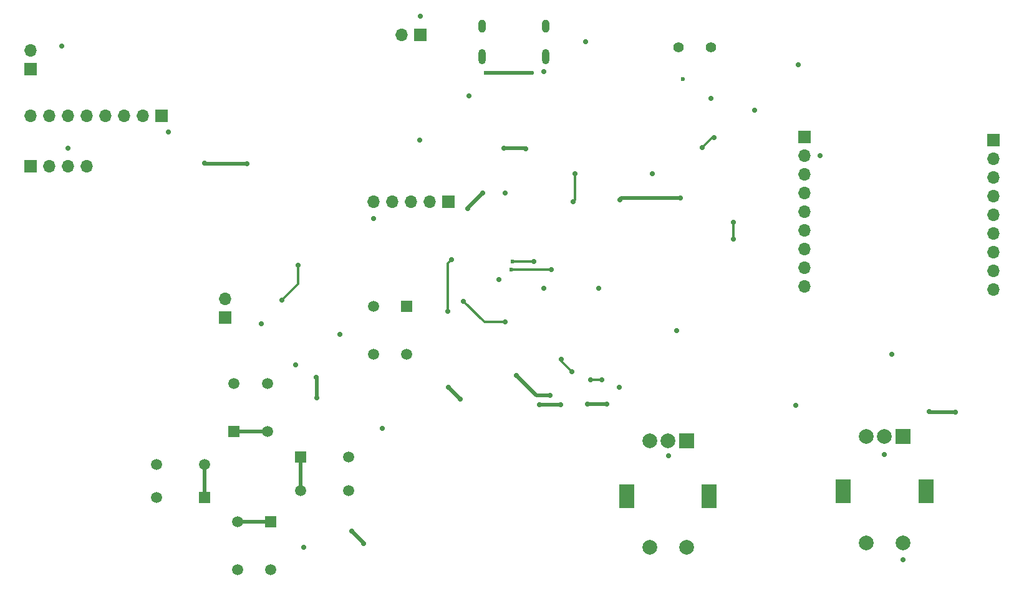
<source format=gbr>
%TF.GenerationSoftware,KiCad,Pcbnew,8.0.6*%
%TF.CreationDate,2024-12-27T13:10:45+11:00*%
%TF.ProjectId,drone_remote,64726f6e-655f-4726-956d-6f74652e6b69,rev?*%
%TF.SameCoordinates,Original*%
%TF.FileFunction,Copper,L2,Bot*%
%TF.FilePolarity,Positive*%
%FSLAX46Y46*%
G04 Gerber Fmt 4.6, Leading zero omitted, Abs format (unit mm)*
G04 Created by KiCad (PCBNEW 8.0.6) date 2024-12-27 13:10:45*
%MOMM*%
%LPD*%
G01*
G04 APERTURE LIST*
%TA.AperFunction,ComponentPad*%
%ADD10R,1.700000X1.700000*%
%TD*%
%TA.AperFunction,ComponentPad*%
%ADD11O,1.700000X1.700000*%
%TD*%
%TA.AperFunction,ComponentPad*%
%ADD12C,1.498600*%
%TD*%
%TA.AperFunction,ComponentPad*%
%ADD13R,1.498600X1.498600*%
%TD*%
%TA.AperFunction,ComponentPad*%
%ADD14R,2.000000X2.000000*%
%TD*%
%TA.AperFunction,ComponentPad*%
%ADD15C,2.000000*%
%TD*%
%TA.AperFunction,ComponentPad*%
%ADD16R,2.000000X3.200000*%
%TD*%
%TA.AperFunction,ComponentPad*%
%ADD17C,1.397000*%
%TD*%
%TA.AperFunction,ComponentPad*%
%ADD18O,1.000000X1.800000*%
%TD*%
%TA.AperFunction,ComponentPad*%
%ADD19O,1.000000X2.100000*%
%TD*%
%TA.AperFunction,ViaPad*%
%ADD20C,0.700000*%
%TD*%
%TA.AperFunction,ViaPad*%
%ADD21C,0.600000*%
%TD*%
%TA.AperFunction,Conductor*%
%ADD22C,0.500000*%
%TD*%
%TA.AperFunction,Conductor*%
%ADD23C,0.300000*%
%TD*%
G04 APERTURE END LIST*
D10*
%TO.P,JP4,1,A*%
%TO.N,+3.3V*%
X147000000Y-115562500D03*
D11*
%TO.P,JP4,2,B*%
%TO.N,/BOOT0*%
X147000000Y-113022500D03*
%TD*%
D12*
%TO.P,SW2,4,4*%
%TO.N,/SW2*%
X152699401Y-124550001D03*
%TO.P,SW2,3,3*%
%TO.N,GND*%
X152699401Y-131050002D03*
%TO.P,SW2,2,2*%
%TO.N,/SW2*%
X148199400Y-124550001D03*
D13*
%TO.P,SW2,1,1*%
%TO.N,GND*%
X148199400Y-131050002D03*
%TD*%
D10*
%TO.P,J5,1,Pin_1*%
%TO.N,/I2C1_SDA*%
X120600000Y-95000000D03*
D11*
%TO.P,J5,2,Pin_2*%
%TO.N,/I2C1_SCL*%
X123140000Y-95000000D03*
%TO.P,J5,3,Pin_3*%
%TO.N,GND*%
X125680000Y-95000000D03*
%TO.P,J5,4,Pin_4*%
%TO.N,+3.3V*%
X128220000Y-95000000D03*
%TD*%
D10*
%TO.P,J8,1,Pin_1*%
%TO.N,unconnected-(J8-Pin_1-Pad1)*%
X251257106Y-91449266D03*
D11*
%TO.P,J8,2,Pin_2*%
%TO.N,unconnected-(J8-Pin_2-Pad2)*%
X251257106Y-93989266D03*
%TO.P,J8,3,Pin_3*%
%TO.N,unconnected-(J8-Pin_3-Pad3)*%
X251257106Y-96529266D03*
%TO.P,J8,4,Pin_4*%
%TO.N,unconnected-(J8-Pin_4-Pad4)*%
X251257106Y-99069266D03*
%TO.P,J8,5,Pin_5*%
%TO.N,unconnected-(J8-Pin_5-Pad5)*%
X251257106Y-101609266D03*
%TO.P,J8,6,Pin_6*%
%TO.N,unconnected-(J8-Pin_6-Pad6)*%
X251257106Y-104149266D03*
%TO.P,J8,7,Pin_7*%
%TO.N,unconnected-(J8-Pin_7-Pad7)*%
X251257106Y-106689266D03*
%TO.P,J8,8,Pin_8*%
%TO.N,unconnected-(J8-Pin_8-Pad8)*%
X251257106Y-109229266D03*
%TO.P,J8,9,Pin_9*%
%TO.N,unconnected-(J8-Pin_9-Pad9)*%
X251257106Y-111769266D03*
%TD*%
D12*
%TO.P,SW3,4,4*%
%TO.N,/SW3*%
X163699401Y-139050002D03*
%TO.P,SW3,3,3*%
%TO.N,GND*%
X157199400Y-139050002D03*
%TO.P,SW3,2,2*%
%TO.N,/SW3*%
X163699401Y-134550001D03*
D13*
%TO.P,SW3,1,1*%
%TO.N,GND*%
X157199400Y-134550001D03*
%TD*%
D10*
%TO.P,J2,1,Pin_1*%
%TO.N,GND*%
X173457106Y-77069266D03*
D11*
%TO.P,J2,2,Pin_2*%
%TO.N,+5V*%
X170917106Y-77069266D03*
%TD*%
D12*
%TO.P,SW5,4,4*%
%TO.N,/SW5*%
X148688802Y-149800001D03*
%TO.P,SW5,3,3*%
%TO.N,GND*%
X148688802Y-143300000D03*
%TO.P,SW5,2,2*%
%TO.N,/SW5*%
X153188803Y-149800001D03*
D13*
%TO.P,SW5,1,1*%
%TO.N,GND*%
X153188803Y-143300000D03*
%TD*%
D12*
%TO.P,SW4,4,4*%
%TO.N,/SW4*%
X137699401Y-135550001D03*
%TO.P,SW4,3,3*%
%TO.N,GND*%
X144199402Y-135550001D03*
%TO.P,SW4,2,2*%
%TO.N,/SW4*%
X137699401Y-140050002D03*
D13*
%TO.P,SW4,1,1*%
%TO.N,GND*%
X144199402Y-140050002D03*
%TD*%
D10*
%TO.P,J6,1,Pin_1*%
%TO.N,GND*%
X138350000Y-88100000D03*
D11*
%TO.P,J6,2,Pin_2*%
%TO.N,+3.3V*%
X135810000Y-88100000D03*
%TO.P,J6,3,Pin_3*%
%TO.N,/SPI3_SCK*%
X133270000Y-88100000D03*
%TO.P,J6,4,Pin_4*%
%TO.N,/SPI3_MOSI*%
X130730000Y-88100000D03*
%TO.P,J6,5,Pin_5*%
%TO.N,/ST7735_nRST*%
X128190000Y-88100000D03*
%TO.P,J6,6,Pin_6*%
%TO.N,/ST7735_DC*%
X125650000Y-88100000D03*
%TO.P,J6,7,Pin_7*%
%TO.N,/SPI3_nCS*%
X123110000Y-88100000D03*
%TO.P,J6,8,Pin_8*%
%TO.N,Net-(J6-Pin_8)*%
X120570000Y-88100000D03*
%TD*%
D10*
%TO.P,J7,1,Pin_1*%
%TO.N,+3.3V*%
X225600000Y-91000000D03*
D11*
%TO.P,J7,2,Pin_2*%
%TO.N,GND*%
X225600000Y-93540000D03*
%TO.P,J7,3,Pin_3*%
%TO.N,/RFM_EN*%
X225600000Y-96080000D03*
%TO.P,J7,4,Pin_4*%
%TO.N,/SPI1_SCK*%
X225600000Y-98620000D03*
%TO.P,J7,5,Pin_5*%
%TO.N,/SPI1_MISO*%
X225600000Y-101160000D03*
%TO.P,J7,6,Pin_6*%
%TO.N,/SPI1_MOSI*%
X225600000Y-103700000D03*
%TO.P,J7,7,Pin_7*%
%TO.N,/SPI1_nCS*%
X225600000Y-106240000D03*
%TO.P,J7,8,Pin_8*%
%TO.N,/RFM_nRST*%
X225600000Y-108780000D03*
%TO.P,J7,9,Pin_9*%
%TO.N,/RFM_G0*%
X225600000Y-111320000D03*
%TD*%
D14*
%TO.P,SW6,A,A*%
%TO.N,/ENC1_C*%
X239000000Y-131700000D03*
D15*
%TO.P,SW6,B,B*%
%TO.N,/ENC1_A*%
X234000000Y-131700000D03*
%TO.P,SW6,C,C*%
%TO.N,GND*%
X236500000Y-131700000D03*
D16*
%TO.P,SW6,MP*%
%TO.N,N/C*%
X242100000Y-139200000D03*
X230900000Y-139200000D03*
D15*
%TO.P,SW6,S1,S1*%
%TO.N,/ENC1_SW*%
X234000000Y-146200000D03*
%TO.P,SW6,S2,S2*%
%TO.N,GND*%
X239000000Y-146200000D03*
%TD*%
D13*
%TO.P,SW1,1,1*%
%TO.N,/nRST*%
X171600000Y-114000000D03*
D12*
%TO.P,SW1,2,2*%
%TO.N,GND*%
X171600000Y-120500001D03*
%TO.P,SW1,3,3*%
%TO.N,/nRST*%
X167099999Y-114000000D03*
%TO.P,SW1,4,4*%
%TO.N,GND*%
X167099999Y-120500001D03*
%TD*%
D10*
%TO.P,JP1,1,A*%
%TO.N,Net-(J6-Pin_8)*%
X120600000Y-81800000D03*
D11*
%TO.P,JP1,2,B*%
%TO.N,+3.3V*%
X120600000Y-79260000D03*
%TD*%
D14*
%TO.P,SW7,A,A*%
%TO.N,/ENC2_C*%
X209600000Y-132300000D03*
D15*
%TO.P,SW7,B,B*%
%TO.N,/ENC2_A*%
X204600000Y-132300000D03*
%TO.P,SW7,C,C*%
%TO.N,GND*%
X207100000Y-132300000D03*
D16*
%TO.P,SW7,MP*%
%TO.N,N/C*%
X212700000Y-139800000D03*
X201500000Y-139800000D03*
D15*
%TO.P,SW7,S1,S1*%
%TO.N,/ENC2_SW*%
X204600000Y-146800000D03*
%TO.P,SW7,S2,S2*%
%TO.N,GND*%
X209600000Y-146800000D03*
%TD*%
D17*
%TO.P,J3,8*%
%TO.N,N/C*%
X212912906Y-78778866D03*
%TO.P,J3,9*%
X208493306Y-78778866D03*
%TD*%
D18*
%TO.P,J1,SH4,SHIELD__3*%
%TO.N,GND*%
X181865606Y-75920166D03*
%TO.P,J1,SH3,SHIELD__2*%
X190505606Y-75920166D03*
D19*
%TO.P,J1,SH2,SHIELD__1*%
X181865606Y-80100166D03*
%TO.P,J1,SH1,SHIELD*%
X190505606Y-80100166D03*
%TD*%
D10*
%TO.P,J4,1,Pin_1*%
%TO.N,+3.3V*%
X177300000Y-99800000D03*
D11*
%TO.P,J4,2,Pin_2*%
%TO.N,/SWDIO*%
X174760000Y-99800000D03*
%TO.P,J4,3,Pin_3*%
%TO.N,/SWCLK*%
X172220000Y-99800000D03*
%TO.P,J4,4,Pin_4*%
%TO.N,/nRST*%
X169680000Y-99800000D03*
%TO.P,J4,5,Pin_5*%
%TO.N,GND*%
X167140000Y-99800000D03*
%TD*%
D20*
%TO.N,GND*%
X180100000Y-85400000D03*
%TO.N,/REG_IN*%
X187800000Y-92600000D03*
X184800000Y-92550000D03*
%TO.N,+3.3V*%
X181900000Y-98650000D03*
X179900000Y-100700000D03*
X200550000Y-99500000D03*
X208800000Y-99300000D03*
X198112500Y-124000000D03*
X196550000Y-124000000D03*
X194050000Y-122900000D03*
X192650000Y-121250000D03*
X185000000Y-116150000D03*
X179350000Y-113300000D03*
%TO.N,GND*%
X237500000Y-120550000D03*
%TO.N,+3.3V*%
X242600000Y-128350000D03*
X246100000Y-128450000D03*
X196200000Y-127350000D03*
X198800000Y-127350000D03*
X192550000Y-127400000D03*
X189650000Y-127400000D03*
X159350000Y-123650000D03*
X159400000Y-126500000D03*
X177300000Y-125000000D03*
X178900000Y-126650000D03*
X165750000Y-146300000D03*
X164150000Y-144600000D03*
%TO.N,GND*%
X157650000Y-146750000D03*
%TO.N,+3.3V*%
X144200000Y-94550000D03*
X149950000Y-94600000D03*
%TO.N,Net-(U6-VCC)*%
X211750000Y-92400000D03*
X213350000Y-91050000D03*
%TO.N,GND*%
X204950000Y-96000000D03*
X197700000Y-111600000D03*
X190250000Y-82100000D03*
X168300000Y-130650000D03*
X162550000Y-117850000D03*
X151900000Y-116400000D03*
X156500000Y-121950000D03*
X190200000Y-111550000D03*
X186550000Y-123400000D03*
X191050000Y-126100000D03*
X207150000Y-134300000D03*
X200500000Y-125050000D03*
X208250000Y-117350000D03*
X224450000Y-127500000D03*
X239000000Y-148450000D03*
X236500000Y-134150000D03*
X167150000Y-102100000D03*
X184950000Y-98600000D03*
X173350000Y-91400000D03*
X227750000Y-93550000D03*
X218850000Y-87350000D03*
X212950000Y-85700000D03*
X224800000Y-81150000D03*
X195950000Y-78000000D03*
X173500000Y-74600000D03*
X125650000Y-92500000D03*
X139300000Y-90350000D03*
X124750000Y-78650000D03*
X184150000Y-110400000D03*
%TO.N,/TIM4_CH1*%
X188900000Y-107900000D03*
%TO.N,/TIM4_CH2*%
X191250000Y-109000000D03*
%TO.N,/ADC_VOLTAGE*%
X194500000Y-96000000D03*
X194200000Y-99800000D03*
%TO.N,/PUSH_BTN1*%
X177200000Y-114700000D03*
%TO.N,/BOOT0*%
X154700000Y-113200000D03*
X156900000Y-108400000D03*
%TO.N,/PUSH_BTN1*%
X177700000Y-107700000D03*
%TO.N,/SPI1_MISO*%
X216000000Y-102600000D03*
X216000000Y-104900000D03*
D21*
%TO.N,GND*%
X209100000Y-83100000D03*
%TO.N,VBUS*%
X182400000Y-82300000D03*
X188600000Y-82300000D03*
%TO.N,/TIM4_CH2*%
X185800000Y-109000000D03*
%TO.N,/TIM4_CH1*%
X186000000Y-107900000D03*
%TD*%
D22*
%TO.N,/REG_IN*%
X187750000Y-92550000D02*
X184800000Y-92550000D01*
X187800000Y-92600000D02*
X187750000Y-92550000D01*
%TO.N,+3.3V*%
X179900000Y-100650000D02*
X181900000Y-98650000D01*
X179900000Y-100700000D02*
X179900000Y-100650000D01*
X208800000Y-99300000D02*
X200750000Y-99300000D01*
X200750000Y-99300000D02*
X200550000Y-99500000D01*
D23*
X196550000Y-124000000D02*
X198112500Y-124000000D01*
X192650000Y-121250000D02*
X192650000Y-121500000D01*
X192650000Y-121500000D02*
X194050000Y-122900000D01*
X185000000Y-116150000D02*
X182200000Y-116150000D01*
X182200000Y-116150000D02*
X179350000Y-113300000D01*
D22*
X246100000Y-128450000D02*
X242700000Y-128450000D01*
X242700000Y-128450000D02*
X242600000Y-128350000D01*
X196200000Y-127350000D02*
X198800000Y-127350000D01*
X192600000Y-127450000D02*
X192550000Y-127400000D01*
X189650000Y-127400000D02*
X192550000Y-127400000D01*
X159400000Y-123700000D02*
X159350000Y-123650000D01*
X159400000Y-126500000D02*
X159400000Y-123700000D01*
X178900000Y-126600000D02*
X177300000Y-125000000D01*
X178900000Y-126650000D02*
X178900000Y-126600000D01*
X165750000Y-146200000D02*
X165750000Y-146300000D01*
X164150000Y-144600000D02*
X165750000Y-146200000D01*
X144250000Y-94600000D02*
X144200000Y-94550000D01*
X149950000Y-94600000D02*
X144250000Y-94600000D01*
D23*
%TO.N,Net-(U6-VCC)*%
X213100000Y-91050000D02*
X211750000Y-92400000D01*
X213350000Y-91050000D02*
X213100000Y-91050000D01*
D22*
%TO.N,GND*%
X148688802Y-143300000D02*
X153188803Y-143300000D01*
X144199402Y-135550001D02*
X144199402Y-140050002D01*
X152699401Y-131050002D02*
X148199400Y-131050002D01*
X157199400Y-139050002D02*
X157199400Y-134550001D01*
X189250000Y-126100000D02*
X191050000Y-126100000D01*
X186550000Y-123400000D02*
X189250000Y-126100000D01*
D23*
%TO.N,/TIM4_CH1*%
X186000000Y-107900000D02*
X188900000Y-107900000D01*
%TO.N,/TIM4_CH2*%
X191250000Y-109000000D02*
X185800000Y-109000000D01*
%TO.N,/ADC_VOLTAGE*%
X194500000Y-96000000D02*
X194500000Y-97100000D01*
X194200000Y-99800000D02*
X194500000Y-99500000D01*
X194500000Y-99500000D02*
X194500000Y-96000000D01*
%TO.N,/PUSH_BTN1*%
X177200000Y-114700000D02*
X177200000Y-108200000D01*
%TO.N,/BOOT0*%
X156900000Y-111000000D02*
X154700000Y-113200000D01*
X156900000Y-108400000D02*
X156900000Y-111000000D01*
%TO.N,/PUSH_BTN1*%
X177200000Y-108200000D02*
X177700000Y-107700000D01*
%TO.N,/SPI1_MISO*%
X216000000Y-104900000D02*
X216000000Y-102600000D01*
D22*
%TO.N,VBUS*%
X188600000Y-82300000D02*
X182400000Y-82300000D01*
%TD*%
M02*

</source>
